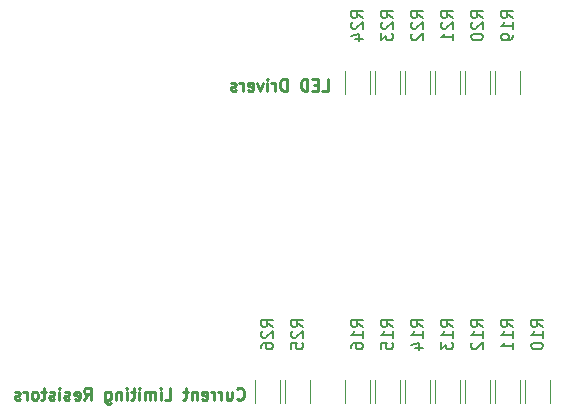
<source format=gbo>
%TF.GenerationSoftware,KiCad,Pcbnew,4.0.5*%
%TF.CreationDate,2018-01-19T20:33:35-07:00*%
%TF.ProjectId,MRI-RF-Amplifier,4D52492D52462D416D706C6966696572,6*%
%TF.FileFunction,Legend,Bot*%
%FSLAX46Y46*%
G04 Gerber Fmt 4.6, Leading zero omitted, Abs format (unit mm)*
G04 Created by KiCad (PCBNEW 4.0.5) date 01/19/18 20:33:35*
%MOMM*%
%LPD*%
G01*
G04 APERTURE LIST*
%ADD10C,0.100000*%
%ADD11C,0.250000*%
%ADD12C,0.120000*%
%ADD13C,0.150000*%
G04 APERTURE END LIST*
D10*
D11*
X117807239Y-73763143D02*
X117854858Y-73810762D01*
X117997715Y-73858381D01*
X118092953Y-73858381D01*
X118235811Y-73810762D01*
X118331049Y-73715524D01*
X118378668Y-73620286D01*
X118426287Y-73429810D01*
X118426287Y-73286952D01*
X118378668Y-73096476D01*
X118331049Y-73001238D01*
X118235811Y-72906000D01*
X118092953Y-72858381D01*
X117997715Y-72858381D01*
X117854858Y-72906000D01*
X117807239Y-72953619D01*
X116950096Y-73191714D02*
X116950096Y-73858381D01*
X117378668Y-73191714D02*
X117378668Y-73715524D01*
X117331049Y-73810762D01*
X117235811Y-73858381D01*
X117092953Y-73858381D01*
X116997715Y-73810762D01*
X116950096Y-73763143D01*
X116473906Y-73858381D02*
X116473906Y-73191714D01*
X116473906Y-73382190D02*
X116426287Y-73286952D01*
X116378668Y-73239333D01*
X116283430Y-73191714D01*
X116188191Y-73191714D01*
X115854858Y-73858381D02*
X115854858Y-73191714D01*
X115854858Y-73382190D02*
X115807239Y-73286952D01*
X115759620Y-73239333D01*
X115664382Y-73191714D01*
X115569143Y-73191714D01*
X114854857Y-73810762D02*
X114950095Y-73858381D01*
X115140572Y-73858381D01*
X115235810Y-73810762D01*
X115283429Y-73715524D01*
X115283429Y-73334571D01*
X115235810Y-73239333D01*
X115140572Y-73191714D01*
X114950095Y-73191714D01*
X114854857Y-73239333D01*
X114807238Y-73334571D01*
X114807238Y-73429810D01*
X115283429Y-73525048D01*
X114378667Y-73191714D02*
X114378667Y-73858381D01*
X114378667Y-73286952D02*
X114331048Y-73239333D01*
X114235810Y-73191714D01*
X114092952Y-73191714D01*
X113997714Y-73239333D01*
X113950095Y-73334571D01*
X113950095Y-73858381D01*
X113616762Y-73191714D02*
X113235810Y-73191714D01*
X113473905Y-72858381D02*
X113473905Y-73715524D01*
X113426286Y-73810762D01*
X113331048Y-73858381D01*
X113235810Y-73858381D01*
X111664380Y-73858381D02*
X112140571Y-73858381D01*
X112140571Y-72858381D01*
X111331047Y-73858381D02*
X111331047Y-73191714D01*
X111331047Y-72858381D02*
X111378666Y-72906000D01*
X111331047Y-72953619D01*
X111283428Y-72906000D01*
X111331047Y-72858381D01*
X111331047Y-72953619D01*
X110854857Y-73858381D02*
X110854857Y-73191714D01*
X110854857Y-73286952D02*
X110807238Y-73239333D01*
X110712000Y-73191714D01*
X110569142Y-73191714D01*
X110473904Y-73239333D01*
X110426285Y-73334571D01*
X110426285Y-73858381D01*
X110426285Y-73334571D02*
X110378666Y-73239333D01*
X110283428Y-73191714D01*
X110140571Y-73191714D01*
X110045333Y-73239333D01*
X109997714Y-73334571D01*
X109997714Y-73858381D01*
X109521524Y-73858381D02*
X109521524Y-73191714D01*
X109521524Y-72858381D02*
X109569143Y-72906000D01*
X109521524Y-72953619D01*
X109473905Y-72906000D01*
X109521524Y-72858381D01*
X109521524Y-72953619D01*
X109188191Y-73191714D02*
X108807239Y-73191714D01*
X109045334Y-72858381D02*
X109045334Y-73715524D01*
X108997715Y-73810762D01*
X108902477Y-73858381D01*
X108807239Y-73858381D01*
X108473905Y-73858381D02*
X108473905Y-73191714D01*
X108473905Y-72858381D02*
X108521524Y-72906000D01*
X108473905Y-72953619D01*
X108426286Y-72906000D01*
X108473905Y-72858381D01*
X108473905Y-72953619D01*
X107997715Y-73191714D02*
X107997715Y-73858381D01*
X107997715Y-73286952D02*
X107950096Y-73239333D01*
X107854858Y-73191714D01*
X107712000Y-73191714D01*
X107616762Y-73239333D01*
X107569143Y-73334571D01*
X107569143Y-73858381D01*
X106664381Y-73191714D02*
X106664381Y-74001238D01*
X106712000Y-74096476D01*
X106759619Y-74144095D01*
X106854858Y-74191714D01*
X106997715Y-74191714D01*
X107092953Y-74144095D01*
X106664381Y-73810762D02*
X106759619Y-73858381D01*
X106950096Y-73858381D01*
X107045334Y-73810762D01*
X107092953Y-73763143D01*
X107140572Y-73667905D01*
X107140572Y-73382190D01*
X107092953Y-73286952D01*
X107045334Y-73239333D01*
X106950096Y-73191714D01*
X106759619Y-73191714D01*
X106664381Y-73239333D01*
X104854857Y-73858381D02*
X105188191Y-73382190D01*
X105426286Y-73858381D02*
X105426286Y-72858381D01*
X105045333Y-72858381D01*
X104950095Y-72906000D01*
X104902476Y-72953619D01*
X104854857Y-73048857D01*
X104854857Y-73191714D01*
X104902476Y-73286952D01*
X104950095Y-73334571D01*
X105045333Y-73382190D01*
X105426286Y-73382190D01*
X104045333Y-73810762D02*
X104140571Y-73858381D01*
X104331048Y-73858381D01*
X104426286Y-73810762D01*
X104473905Y-73715524D01*
X104473905Y-73334571D01*
X104426286Y-73239333D01*
X104331048Y-73191714D01*
X104140571Y-73191714D01*
X104045333Y-73239333D01*
X103997714Y-73334571D01*
X103997714Y-73429810D01*
X104473905Y-73525048D01*
X103616762Y-73810762D02*
X103521524Y-73858381D01*
X103331048Y-73858381D01*
X103235809Y-73810762D01*
X103188190Y-73715524D01*
X103188190Y-73667905D01*
X103235809Y-73572667D01*
X103331048Y-73525048D01*
X103473905Y-73525048D01*
X103569143Y-73477429D01*
X103616762Y-73382190D01*
X103616762Y-73334571D01*
X103569143Y-73239333D01*
X103473905Y-73191714D01*
X103331048Y-73191714D01*
X103235809Y-73239333D01*
X102759619Y-73858381D02*
X102759619Y-73191714D01*
X102759619Y-72858381D02*
X102807238Y-72906000D01*
X102759619Y-72953619D01*
X102712000Y-72906000D01*
X102759619Y-72858381D01*
X102759619Y-72953619D01*
X102331048Y-73810762D02*
X102235810Y-73858381D01*
X102045334Y-73858381D01*
X101950095Y-73810762D01*
X101902476Y-73715524D01*
X101902476Y-73667905D01*
X101950095Y-73572667D01*
X102045334Y-73525048D01*
X102188191Y-73525048D01*
X102283429Y-73477429D01*
X102331048Y-73382190D01*
X102331048Y-73334571D01*
X102283429Y-73239333D01*
X102188191Y-73191714D01*
X102045334Y-73191714D01*
X101950095Y-73239333D01*
X101616762Y-73191714D02*
X101235810Y-73191714D01*
X101473905Y-72858381D02*
X101473905Y-73715524D01*
X101426286Y-73810762D01*
X101331048Y-73858381D01*
X101235810Y-73858381D01*
X100759619Y-73858381D02*
X100854857Y-73810762D01*
X100902476Y-73763143D01*
X100950095Y-73667905D01*
X100950095Y-73382190D01*
X100902476Y-73286952D01*
X100854857Y-73239333D01*
X100759619Y-73191714D01*
X100616761Y-73191714D01*
X100521523Y-73239333D01*
X100473904Y-73286952D01*
X100426285Y-73382190D01*
X100426285Y-73667905D01*
X100473904Y-73763143D01*
X100521523Y-73810762D01*
X100616761Y-73858381D01*
X100759619Y-73858381D01*
X99997714Y-73858381D02*
X99997714Y-73191714D01*
X99997714Y-73382190D02*
X99950095Y-73286952D01*
X99902476Y-73239333D01*
X99807238Y-73191714D01*
X99711999Y-73191714D01*
X99426285Y-73810762D02*
X99331047Y-73858381D01*
X99140571Y-73858381D01*
X99045332Y-73810762D01*
X98997713Y-73715524D01*
X98997713Y-73667905D01*
X99045332Y-73572667D01*
X99140571Y-73525048D01*
X99283428Y-73525048D01*
X99378666Y-73477429D01*
X99426285Y-73382190D01*
X99426285Y-73334571D01*
X99378666Y-73239333D01*
X99283428Y-73191714D01*
X99140571Y-73191714D01*
X99045332Y-73239333D01*
X124997078Y-47696381D02*
X125473269Y-47696381D01*
X125473269Y-46696381D01*
X124663745Y-47172571D02*
X124330411Y-47172571D01*
X124187554Y-47696381D02*
X124663745Y-47696381D01*
X124663745Y-46696381D01*
X124187554Y-46696381D01*
X123758983Y-47696381D02*
X123758983Y-46696381D01*
X123520888Y-46696381D01*
X123378030Y-46744000D01*
X123282792Y-46839238D01*
X123235173Y-46934476D01*
X123187554Y-47124952D01*
X123187554Y-47267810D01*
X123235173Y-47458286D01*
X123282792Y-47553524D01*
X123378030Y-47648762D01*
X123520888Y-47696381D01*
X123758983Y-47696381D01*
X121997078Y-47696381D02*
X121997078Y-46696381D01*
X121758983Y-46696381D01*
X121616125Y-46744000D01*
X121520887Y-46839238D01*
X121473268Y-46934476D01*
X121425649Y-47124952D01*
X121425649Y-47267810D01*
X121473268Y-47458286D01*
X121520887Y-47553524D01*
X121616125Y-47648762D01*
X121758983Y-47696381D01*
X121997078Y-47696381D01*
X120997078Y-47696381D02*
X120997078Y-47029714D01*
X120997078Y-47220190D02*
X120949459Y-47124952D01*
X120901840Y-47077333D01*
X120806602Y-47029714D01*
X120711363Y-47029714D01*
X120378030Y-47696381D02*
X120378030Y-47029714D01*
X120378030Y-46696381D02*
X120425649Y-46744000D01*
X120378030Y-46791619D01*
X120330411Y-46744000D01*
X120378030Y-46696381D01*
X120378030Y-46791619D01*
X119997078Y-47029714D02*
X119758983Y-47696381D01*
X119520887Y-47029714D01*
X118758982Y-47648762D02*
X118854220Y-47696381D01*
X119044697Y-47696381D01*
X119139935Y-47648762D01*
X119187554Y-47553524D01*
X119187554Y-47172571D01*
X119139935Y-47077333D01*
X119044697Y-47029714D01*
X118854220Y-47029714D01*
X118758982Y-47077333D01*
X118711363Y-47172571D01*
X118711363Y-47267810D01*
X119187554Y-47363048D01*
X118282792Y-47696381D02*
X118282792Y-47029714D01*
X118282792Y-47220190D02*
X118235173Y-47124952D01*
X118187554Y-47077333D01*
X118092316Y-47029714D01*
X117997077Y-47029714D01*
X117711363Y-47648762D02*
X117616125Y-47696381D01*
X117425649Y-47696381D01*
X117330410Y-47648762D01*
X117282791Y-47553524D01*
X117282791Y-47505905D01*
X117330410Y-47410667D01*
X117425649Y-47363048D01*
X117568506Y-47363048D01*
X117663744Y-47315429D01*
X117711363Y-47220190D01*
X117711363Y-47172571D01*
X117663744Y-47077333D01*
X117568506Y-47029714D01*
X117425649Y-47029714D01*
X117330410Y-47077333D01*
D12*
X144326000Y-74152000D02*
X144326000Y-72152000D01*
X142186000Y-72152000D02*
X142186000Y-74152000D01*
X141786000Y-74152000D02*
X141786000Y-72152000D01*
X139646000Y-72152000D02*
X139646000Y-74152000D01*
X139246000Y-74152000D02*
X139246000Y-72152000D01*
X137106000Y-72152000D02*
X137106000Y-74152000D01*
X136706000Y-74152000D02*
X136706000Y-72152000D01*
X134566000Y-72152000D02*
X134566000Y-74152000D01*
X134166000Y-74152000D02*
X134166000Y-72152000D01*
X132026000Y-72152000D02*
X132026000Y-74152000D01*
X131626000Y-74152000D02*
X131626000Y-72152000D01*
X129486000Y-72152000D02*
X129486000Y-74152000D01*
X129086000Y-74152000D02*
X129086000Y-72152000D01*
X126946000Y-72152000D02*
X126946000Y-74152000D01*
X141786000Y-47990000D02*
X141786000Y-45990000D01*
X139646000Y-45990000D02*
X139646000Y-47990000D01*
X139246000Y-47990000D02*
X139246000Y-45990000D01*
X137106000Y-45990000D02*
X137106000Y-47990000D01*
X136706000Y-47990000D02*
X136706000Y-45990000D01*
X134566000Y-45990000D02*
X134566000Y-47990000D01*
X134166000Y-47990000D02*
X134166000Y-45990000D01*
X132026000Y-45990000D02*
X132026000Y-47990000D01*
X131626000Y-47990000D02*
X131626000Y-45990000D01*
X129486000Y-45990000D02*
X129486000Y-47990000D01*
X129086000Y-47990000D02*
X129086000Y-45990000D01*
X126946000Y-45990000D02*
X126946000Y-47990000D01*
X124006000Y-74152000D02*
X124006000Y-72152000D01*
X121866000Y-72152000D02*
X121866000Y-74152000D01*
X121466000Y-74152000D02*
X121466000Y-72152000D01*
X119326000Y-72152000D02*
X119326000Y-74152000D01*
D13*
X143708381Y-67683143D02*
X143232190Y-67349809D01*
X143708381Y-67111714D02*
X142708381Y-67111714D01*
X142708381Y-67492667D01*
X142756000Y-67587905D01*
X142803619Y-67635524D01*
X142898857Y-67683143D01*
X143041714Y-67683143D01*
X143136952Y-67635524D01*
X143184571Y-67587905D01*
X143232190Y-67492667D01*
X143232190Y-67111714D01*
X143708381Y-68635524D02*
X143708381Y-68064095D01*
X143708381Y-68349809D02*
X142708381Y-68349809D01*
X142851238Y-68254571D01*
X142946476Y-68159333D01*
X142994095Y-68064095D01*
X142708381Y-69254571D02*
X142708381Y-69349810D01*
X142756000Y-69445048D01*
X142803619Y-69492667D01*
X142898857Y-69540286D01*
X143089333Y-69587905D01*
X143327429Y-69587905D01*
X143517905Y-69540286D01*
X143613143Y-69492667D01*
X143660762Y-69445048D01*
X143708381Y-69349810D01*
X143708381Y-69254571D01*
X143660762Y-69159333D01*
X143613143Y-69111714D01*
X143517905Y-69064095D01*
X143327429Y-69016476D01*
X143089333Y-69016476D01*
X142898857Y-69064095D01*
X142803619Y-69111714D01*
X142756000Y-69159333D01*
X142708381Y-69254571D01*
X141168381Y-67683143D02*
X140692190Y-67349809D01*
X141168381Y-67111714D02*
X140168381Y-67111714D01*
X140168381Y-67492667D01*
X140216000Y-67587905D01*
X140263619Y-67635524D01*
X140358857Y-67683143D01*
X140501714Y-67683143D01*
X140596952Y-67635524D01*
X140644571Y-67587905D01*
X140692190Y-67492667D01*
X140692190Y-67111714D01*
X141168381Y-68635524D02*
X141168381Y-68064095D01*
X141168381Y-68349809D02*
X140168381Y-68349809D01*
X140311238Y-68254571D01*
X140406476Y-68159333D01*
X140454095Y-68064095D01*
X141168381Y-69587905D02*
X141168381Y-69016476D01*
X141168381Y-69302190D02*
X140168381Y-69302190D01*
X140311238Y-69206952D01*
X140406476Y-69111714D01*
X140454095Y-69016476D01*
X138628381Y-67683143D02*
X138152190Y-67349809D01*
X138628381Y-67111714D02*
X137628381Y-67111714D01*
X137628381Y-67492667D01*
X137676000Y-67587905D01*
X137723619Y-67635524D01*
X137818857Y-67683143D01*
X137961714Y-67683143D01*
X138056952Y-67635524D01*
X138104571Y-67587905D01*
X138152190Y-67492667D01*
X138152190Y-67111714D01*
X138628381Y-68635524D02*
X138628381Y-68064095D01*
X138628381Y-68349809D02*
X137628381Y-68349809D01*
X137771238Y-68254571D01*
X137866476Y-68159333D01*
X137914095Y-68064095D01*
X137723619Y-69016476D02*
X137676000Y-69064095D01*
X137628381Y-69159333D01*
X137628381Y-69397429D01*
X137676000Y-69492667D01*
X137723619Y-69540286D01*
X137818857Y-69587905D01*
X137914095Y-69587905D01*
X138056952Y-69540286D01*
X138628381Y-68968857D01*
X138628381Y-69587905D01*
X136088381Y-67683143D02*
X135612190Y-67349809D01*
X136088381Y-67111714D02*
X135088381Y-67111714D01*
X135088381Y-67492667D01*
X135136000Y-67587905D01*
X135183619Y-67635524D01*
X135278857Y-67683143D01*
X135421714Y-67683143D01*
X135516952Y-67635524D01*
X135564571Y-67587905D01*
X135612190Y-67492667D01*
X135612190Y-67111714D01*
X136088381Y-68635524D02*
X136088381Y-68064095D01*
X136088381Y-68349809D02*
X135088381Y-68349809D01*
X135231238Y-68254571D01*
X135326476Y-68159333D01*
X135374095Y-68064095D01*
X135088381Y-68968857D02*
X135088381Y-69587905D01*
X135469333Y-69254571D01*
X135469333Y-69397429D01*
X135516952Y-69492667D01*
X135564571Y-69540286D01*
X135659810Y-69587905D01*
X135897905Y-69587905D01*
X135993143Y-69540286D01*
X136040762Y-69492667D01*
X136088381Y-69397429D01*
X136088381Y-69111714D01*
X136040762Y-69016476D01*
X135993143Y-68968857D01*
X133548381Y-67683143D02*
X133072190Y-67349809D01*
X133548381Y-67111714D02*
X132548381Y-67111714D01*
X132548381Y-67492667D01*
X132596000Y-67587905D01*
X132643619Y-67635524D01*
X132738857Y-67683143D01*
X132881714Y-67683143D01*
X132976952Y-67635524D01*
X133024571Y-67587905D01*
X133072190Y-67492667D01*
X133072190Y-67111714D01*
X133548381Y-68635524D02*
X133548381Y-68064095D01*
X133548381Y-68349809D02*
X132548381Y-68349809D01*
X132691238Y-68254571D01*
X132786476Y-68159333D01*
X132834095Y-68064095D01*
X132881714Y-69492667D02*
X133548381Y-69492667D01*
X132500762Y-69254571D02*
X133215048Y-69016476D01*
X133215048Y-69635524D01*
X131008381Y-67683143D02*
X130532190Y-67349809D01*
X131008381Y-67111714D02*
X130008381Y-67111714D01*
X130008381Y-67492667D01*
X130056000Y-67587905D01*
X130103619Y-67635524D01*
X130198857Y-67683143D01*
X130341714Y-67683143D01*
X130436952Y-67635524D01*
X130484571Y-67587905D01*
X130532190Y-67492667D01*
X130532190Y-67111714D01*
X131008381Y-68635524D02*
X131008381Y-68064095D01*
X131008381Y-68349809D02*
X130008381Y-68349809D01*
X130151238Y-68254571D01*
X130246476Y-68159333D01*
X130294095Y-68064095D01*
X130008381Y-69540286D02*
X130008381Y-69064095D01*
X130484571Y-69016476D01*
X130436952Y-69064095D01*
X130389333Y-69159333D01*
X130389333Y-69397429D01*
X130436952Y-69492667D01*
X130484571Y-69540286D01*
X130579810Y-69587905D01*
X130817905Y-69587905D01*
X130913143Y-69540286D01*
X130960762Y-69492667D01*
X131008381Y-69397429D01*
X131008381Y-69159333D01*
X130960762Y-69064095D01*
X130913143Y-69016476D01*
X128468381Y-67683143D02*
X127992190Y-67349809D01*
X128468381Y-67111714D02*
X127468381Y-67111714D01*
X127468381Y-67492667D01*
X127516000Y-67587905D01*
X127563619Y-67635524D01*
X127658857Y-67683143D01*
X127801714Y-67683143D01*
X127896952Y-67635524D01*
X127944571Y-67587905D01*
X127992190Y-67492667D01*
X127992190Y-67111714D01*
X128468381Y-68635524D02*
X128468381Y-68064095D01*
X128468381Y-68349809D02*
X127468381Y-68349809D01*
X127611238Y-68254571D01*
X127706476Y-68159333D01*
X127754095Y-68064095D01*
X127468381Y-69492667D02*
X127468381Y-69302190D01*
X127516000Y-69206952D01*
X127563619Y-69159333D01*
X127706476Y-69064095D01*
X127896952Y-69016476D01*
X128277905Y-69016476D01*
X128373143Y-69064095D01*
X128420762Y-69111714D01*
X128468381Y-69206952D01*
X128468381Y-69397429D01*
X128420762Y-69492667D01*
X128373143Y-69540286D01*
X128277905Y-69587905D01*
X128039810Y-69587905D01*
X127944571Y-69540286D01*
X127896952Y-69492667D01*
X127849333Y-69397429D01*
X127849333Y-69206952D01*
X127896952Y-69111714D01*
X127944571Y-69064095D01*
X128039810Y-69016476D01*
X141168381Y-41521143D02*
X140692190Y-41187809D01*
X141168381Y-40949714D02*
X140168381Y-40949714D01*
X140168381Y-41330667D01*
X140216000Y-41425905D01*
X140263619Y-41473524D01*
X140358857Y-41521143D01*
X140501714Y-41521143D01*
X140596952Y-41473524D01*
X140644571Y-41425905D01*
X140692190Y-41330667D01*
X140692190Y-40949714D01*
X141168381Y-42473524D02*
X141168381Y-41902095D01*
X141168381Y-42187809D02*
X140168381Y-42187809D01*
X140311238Y-42092571D01*
X140406476Y-41997333D01*
X140454095Y-41902095D01*
X141168381Y-42949714D02*
X141168381Y-43140190D01*
X141120762Y-43235429D01*
X141073143Y-43283048D01*
X140930286Y-43378286D01*
X140739810Y-43425905D01*
X140358857Y-43425905D01*
X140263619Y-43378286D01*
X140216000Y-43330667D01*
X140168381Y-43235429D01*
X140168381Y-43044952D01*
X140216000Y-42949714D01*
X140263619Y-42902095D01*
X140358857Y-42854476D01*
X140596952Y-42854476D01*
X140692190Y-42902095D01*
X140739810Y-42949714D01*
X140787429Y-43044952D01*
X140787429Y-43235429D01*
X140739810Y-43330667D01*
X140692190Y-43378286D01*
X140596952Y-43425905D01*
X138628381Y-41521143D02*
X138152190Y-41187809D01*
X138628381Y-40949714D02*
X137628381Y-40949714D01*
X137628381Y-41330667D01*
X137676000Y-41425905D01*
X137723619Y-41473524D01*
X137818857Y-41521143D01*
X137961714Y-41521143D01*
X138056952Y-41473524D01*
X138104571Y-41425905D01*
X138152190Y-41330667D01*
X138152190Y-40949714D01*
X137723619Y-41902095D02*
X137676000Y-41949714D01*
X137628381Y-42044952D01*
X137628381Y-42283048D01*
X137676000Y-42378286D01*
X137723619Y-42425905D01*
X137818857Y-42473524D01*
X137914095Y-42473524D01*
X138056952Y-42425905D01*
X138628381Y-41854476D01*
X138628381Y-42473524D01*
X137628381Y-43092571D02*
X137628381Y-43187810D01*
X137676000Y-43283048D01*
X137723619Y-43330667D01*
X137818857Y-43378286D01*
X138009333Y-43425905D01*
X138247429Y-43425905D01*
X138437905Y-43378286D01*
X138533143Y-43330667D01*
X138580762Y-43283048D01*
X138628381Y-43187810D01*
X138628381Y-43092571D01*
X138580762Y-42997333D01*
X138533143Y-42949714D01*
X138437905Y-42902095D01*
X138247429Y-42854476D01*
X138009333Y-42854476D01*
X137818857Y-42902095D01*
X137723619Y-42949714D01*
X137676000Y-42997333D01*
X137628381Y-43092571D01*
X136088381Y-41521143D02*
X135612190Y-41187809D01*
X136088381Y-40949714D02*
X135088381Y-40949714D01*
X135088381Y-41330667D01*
X135136000Y-41425905D01*
X135183619Y-41473524D01*
X135278857Y-41521143D01*
X135421714Y-41521143D01*
X135516952Y-41473524D01*
X135564571Y-41425905D01*
X135612190Y-41330667D01*
X135612190Y-40949714D01*
X135183619Y-41902095D02*
X135136000Y-41949714D01*
X135088381Y-42044952D01*
X135088381Y-42283048D01*
X135136000Y-42378286D01*
X135183619Y-42425905D01*
X135278857Y-42473524D01*
X135374095Y-42473524D01*
X135516952Y-42425905D01*
X136088381Y-41854476D01*
X136088381Y-42473524D01*
X136088381Y-43425905D02*
X136088381Y-42854476D01*
X136088381Y-43140190D02*
X135088381Y-43140190D01*
X135231238Y-43044952D01*
X135326476Y-42949714D01*
X135374095Y-42854476D01*
X133548381Y-41521143D02*
X133072190Y-41187809D01*
X133548381Y-40949714D02*
X132548381Y-40949714D01*
X132548381Y-41330667D01*
X132596000Y-41425905D01*
X132643619Y-41473524D01*
X132738857Y-41521143D01*
X132881714Y-41521143D01*
X132976952Y-41473524D01*
X133024571Y-41425905D01*
X133072190Y-41330667D01*
X133072190Y-40949714D01*
X132643619Y-41902095D02*
X132596000Y-41949714D01*
X132548381Y-42044952D01*
X132548381Y-42283048D01*
X132596000Y-42378286D01*
X132643619Y-42425905D01*
X132738857Y-42473524D01*
X132834095Y-42473524D01*
X132976952Y-42425905D01*
X133548381Y-41854476D01*
X133548381Y-42473524D01*
X132643619Y-42854476D02*
X132596000Y-42902095D01*
X132548381Y-42997333D01*
X132548381Y-43235429D01*
X132596000Y-43330667D01*
X132643619Y-43378286D01*
X132738857Y-43425905D01*
X132834095Y-43425905D01*
X132976952Y-43378286D01*
X133548381Y-42806857D01*
X133548381Y-43425905D01*
X131008381Y-41521143D02*
X130532190Y-41187809D01*
X131008381Y-40949714D02*
X130008381Y-40949714D01*
X130008381Y-41330667D01*
X130056000Y-41425905D01*
X130103619Y-41473524D01*
X130198857Y-41521143D01*
X130341714Y-41521143D01*
X130436952Y-41473524D01*
X130484571Y-41425905D01*
X130532190Y-41330667D01*
X130532190Y-40949714D01*
X130103619Y-41902095D02*
X130056000Y-41949714D01*
X130008381Y-42044952D01*
X130008381Y-42283048D01*
X130056000Y-42378286D01*
X130103619Y-42425905D01*
X130198857Y-42473524D01*
X130294095Y-42473524D01*
X130436952Y-42425905D01*
X131008381Y-41854476D01*
X131008381Y-42473524D01*
X130008381Y-42806857D02*
X130008381Y-43425905D01*
X130389333Y-43092571D01*
X130389333Y-43235429D01*
X130436952Y-43330667D01*
X130484571Y-43378286D01*
X130579810Y-43425905D01*
X130817905Y-43425905D01*
X130913143Y-43378286D01*
X130960762Y-43330667D01*
X131008381Y-43235429D01*
X131008381Y-42949714D01*
X130960762Y-42854476D01*
X130913143Y-42806857D01*
X128468381Y-41521143D02*
X127992190Y-41187809D01*
X128468381Y-40949714D02*
X127468381Y-40949714D01*
X127468381Y-41330667D01*
X127516000Y-41425905D01*
X127563619Y-41473524D01*
X127658857Y-41521143D01*
X127801714Y-41521143D01*
X127896952Y-41473524D01*
X127944571Y-41425905D01*
X127992190Y-41330667D01*
X127992190Y-40949714D01*
X127563619Y-41902095D02*
X127516000Y-41949714D01*
X127468381Y-42044952D01*
X127468381Y-42283048D01*
X127516000Y-42378286D01*
X127563619Y-42425905D01*
X127658857Y-42473524D01*
X127754095Y-42473524D01*
X127896952Y-42425905D01*
X128468381Y-41854476D01*
X128468381Y-42473524D01*
X127801714Y-43330667D02*
X128468381Y-43330667D01*
X127420762Y-43092571D02*
X128135048Y-42854476D01*
X128135048Y-43473524D01*
X123388381Y-67683143D02*
X122912190Y-67349809D01*
X123388381Y-67111714D02*
X122388381Y-67111714D01*
X122388381Y-67492667D01*
X122436000Y-67587905D01*
X122483619Y-67635524D01*
X122578857Y-67683143D01*
X122721714Y-67683143D01*
X122816952Y-67635524D01*
X122864571Y-67587905D01*
X122912190Y-67492667D01*
X122912190Y-67111714D01*
X122483619Y-68064095D02*
X122436000Y-68111714D01*
X122388381Y-68206952D01*
X122388381Y-68445048D01*
X122436000Y-68540286D01*
X122483619Y-68587905D01*
X122578857Y-68635524D01*
X122674095Y-68635524D01*
X122816952Y-68587905D01*
X123388381Y-68016476D01*
X123388381Y-68635524D01*
X122388381Y-69540286D02*
X122388381Y-69064095D01*
X122864571Y-69016476D01*
X122816952Y-69064095D01*
X122769333Y-69159333D01*
X122769333Y-69397429D01*
X122816952Y-69492667D01*
X122864571Y-69540286D01*
X122959810Y-69587905D01*
X123197905Y-69587905D01*
X123293143Y-69540286D01*
X123340762Y-69492667D01*
X123388381Y-69397429D01*
X123388381Y-69159333D01*
X123340762Y-69064095D01*
X123293143Y-69016476D01*
X120848381Y-67683143D02*
X120372190Y-67349809D01*
X120848381Y-67111714D02*
X119848381Y-67111714D01*
X119848381Y-67492667D01*
X119896000Y-67587905D01*
X119943619Y-67635524D01*
X120038857Y-67683143D01*
X120181714Y-67683143D01*
X120276952Y-67635524D01*
X120324571Y-67587905D01*
X120372190Y-67492667D01*
X120372190Y-67111714D01*
X119943619Y-68064095D02*
X119896000Y-68111714D01*
X119848381Y-68206952D01*
X119848381Y-68445048D01*
X119896000Y-68540286D01*
X119943619Y-68587905D01*
X120038857Y-68635524D01*
X120134095Y-68635524D01*
X120276952Y-68587905D01*
X120848381Y-68016476D01*
X120848381Y-68635524D01*
X119848381Y-69492667D02*
X119848381Y-69302190D01*
X119896000Y-69206952D01*
X119943619Y-69159333D01*
X120086476Y-69064095D01*
X120276952Y-69016476D01*
X120657905Y-69016476D01*
X120753143Y-69064095D01*
X120800762Y-69111714D01*
X120848381Y-69206952D01*
X120848381Y-69397429D01*
X120800762Y-69492667D01*
X120753143Y-69540286D01*
X120657905Y-69587905D01*
X120419810Y-69587905D01*
X120324571Y-69540286D01*
X120276952Y-69492667D01*
X120229333Y-69397429D01*
X120229333Y-69206952D01*
X120276952Y-69111714D01*
X120324571Y-69064095D01*
X120419810Y-69016476D01*
M02*

</source>
